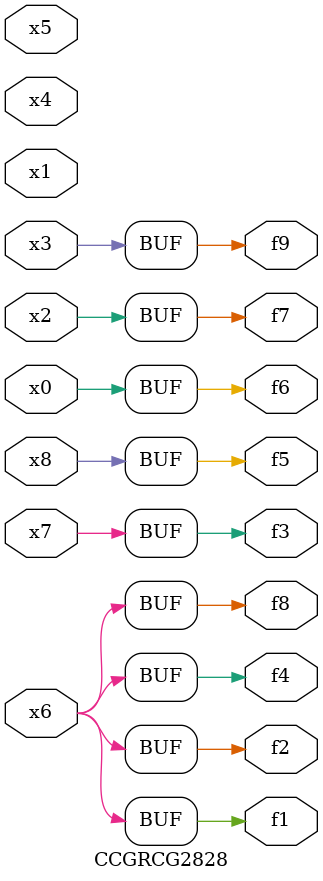
<source format=v>
module CCGRCG2828(
	input x0, x1, x2, x3, x4, x5, x6, x7, x8,
	output f1, f2, f3, f4, f5, f6, f7, f8, f9
);
	assign f1 = x6;
	assign f2 = x6;
	assign f3 = x7;
	assign f4 = x6;
	assign f5 = x8;
	assign f6 = x0;
	assign f7 = x2;
	assign f8 = x6;
	assign f9 = x3;
endmodule

</source>
